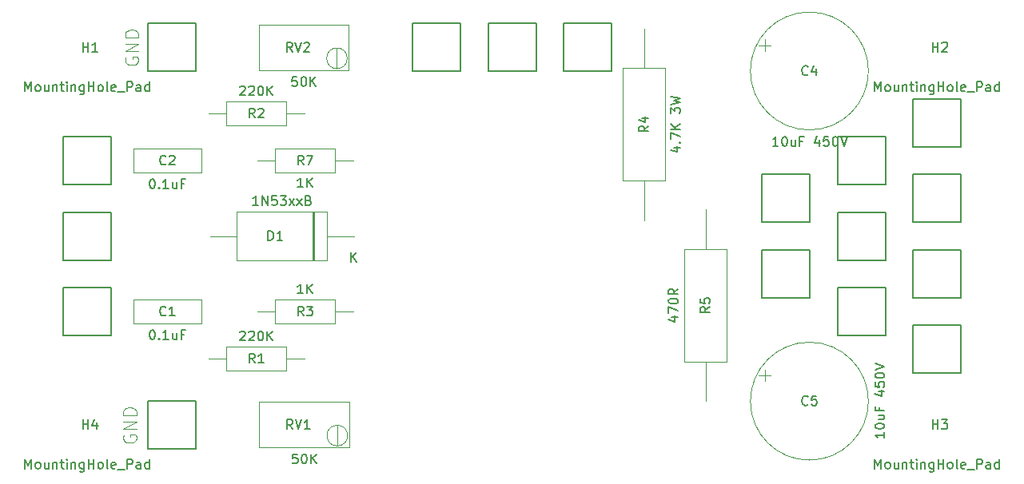
<source format=gbr>
%TF.GenerationSoftware,KiCad,Pcbnew,5.1.6-c6e7f7d~87~ubuntu20.04.1*%
%TF.CreationDate,2020-08-29T22:12:38-04:00*%
%TF.ProjectId,Tube AMP GU17 Power Output Stage,54756265-2041-44d5-9020-475531372050,rev?*%
%TF.SameCoordinates,Original*%
%TF.FileFunction,Other,Fab,Top*%
%FSLAX46Y46*%
G04 Gerber Fmt 4.6, Leading zero omitted, Abs format (unit mm)*
G04 Created by KiCad (PCBNEW 5.1.6-c6e7f7d~87~ubuntu20.04.1) date 2020-08-29 22:12:38*
%MOMM*%
%LPD*%
G01*
G04 APERTURE LIST*
%ADD10C,0.127000*%
%ADD11C,0.100000*%
%ADD12C,0.150000*%
%ADD13C,0.015000*%
G04 APERTURE END LIST*
D10*
%TO.C,J17*%
X143460000Y-90460000D02*
X148540000Y-90460000D01*
X148540000Y-90460000D02*
X148540000Y-95540000D01*
X148540000Y-95540000D02*
X143460000Y-95540000D01*
X143460000Y-95540000D02*
X143460000Y-90460000D01*
D11*
%TO.C,RV2*%
X99550000Y-78150000D02*
G75*
G03*
X99550000Y-78150000I-1095000J0D01*
G01*
X90195000Y-74590000D02*
X90195000Y-79420000D01*
X90195000Y-79420000D02*
X99725000Y-79420000D01*
X99725000Y-79420000D02*
X99725000Y-74590000D01*
X99725000Y-74590000D02*
X90195000Y-74590000D01*
X98455000Y-79235000D02*
X98456000Y-77066000D01*
X98455000Y-79235000D02*
X98456000Y-77066000D01*
%TO.C,RV1*%
X99590000Y-118150000D02*
G75*
G03*
X99590000Y-118150000I-1095000J0D01*
G01*
X90235000Y-114590000D02*
X90235000Y-119420000D01*
X90235000Y-119420000D02*
X99765000Y-119420000D01*
X99765000Y-119420000D02*
X99765000Y-114590000D01*
X99765000Y-114590000D02*
X90235000Y-114590000D01*
X98495000Y-119235000D02*
X98496000Y-117066000D01*
X98495000Y-119235000D02*
X98496000Y-117066000D01*
%TO.C,D1*%
X97385000Y-99605000D02*
X97385000Y-94395000D01*
X97385000Y-94395000D02*
X87855000Y-94395000D01*
X87855000Y-94395000D02*
X87855000Y-99605000D01*
X87855000Y-99605000D02*
X97385000Y-99605000D01*
X100240000Y-97000000D02*
X97385000Y-97000000D01*
X85000000Y-97000000D02*
X87855000Y-97000000D01*
X95955500Y-99605000D02*
X95955500Y-94395000D01*
X95855500Y-99605000D02*
X95855500Y-94395000D01*
X96055500Y-99605000D02*
X96055500Y-94395000D01*
D10*
%TO.C,J16*%
X159460000Y-95540000D02*
X159460000Y-90460000D01*
X164540000Y-95540000D02*
X159460000Y-95540000D01*
X164540000Y-90460000D02*
X164540000Y-95540000D01*
X159460000Y-90460000D02*
X164540000Y-90460000D01*
%TO.C,J15*%
X114460000Y-79540000D02*
X114460000Y-74460000D01*
X119540000Y-79540000D02*
X114460000Y-79540000D01*
X119540000Y-74460000D02*
X119540000Y-79540000D01*
X114460000Y-74460000D02*
X119540000Y-74460000D01*
%TO.C,J14*%
X122460000Y-79540000D02*
X122460000Y-74460000D01*
X127540000Y-79540000D02*
X122460000Y-79540000D01*
X127540000Y-74460000D02*
X127540000Y-79540000D01*
X122460000Y-74460000D02*
X127540000Y-74460000D01*
%TO.C,J13*%
X106460000Y-79540000D02*
X106460000Y-74460000D01*
X111540000Y-79540000D02*
X106460000Y-79540000D01*
X111540000Y-74460000D02*
X111540000Y-79540000D01*
X106460000Y-74460000D02*
X111540000Y-74460000D01*
D11*
%TO.C,R7*%
X100160000Y-89000000D02*
X98230000Y-89000000D01*
X90000000Y-89000000D02*
X91930000Y-89000000D01*
X98230000Y-87750000D02*
X91930000Y-87750000D01*
X98230000Y-90250000D02*
X98230000Y-87750000D01*
X91930000Y-90250000D02*
X98230000Y-90250000D01*
X91930000Y-87750000D02*
X91930000Y-90250000D01*
%TO.C,R3*%
X90000000Y-105000000D02*
X91930000Y-105000000D01*
X100160000Y-105000000D02*
X98230000Y-105000000D01*
X91930000Y-106250000D02*
X98230000Y-106250000D01*
X91930000Y-103750000D02*
X91930000Y-106250000D01*
X98230000Y-103750000D02*
X91930000Y-103750000D01*
X98230000Y-106250000D02*
X98230000Y-103750000D01*
%TO.C,R2*%
X84840000Y-84000000D02*
X86770000Y-84000000D01*
X95000000Y-84000000D02*
X93070000Y-84000000D01*
X86770000Y-85250000D02*
X93070000Y-85250000D01*
X86770000Y-82750000D02*
X86770000Y-85250000D01*
X93070000Y-82750000D02*
X86770000Y-82750000D01*
X93070000Y-85250000D02*
X93070000Y-82750000D01*
%TO.C,R1*%
X84840000Y-110000000D02*
X86770000Y-110000000D01*
X95000000Y-110000000D02*
X93070000Y-110000000D01*
X86770000Y-111250000D02*
X93070000Y-111250000D01*
X86770000Y-108750000D02*
X86770000Y-111250000D01*
X93070000Y-108750000D02*
X86770000Y-108750000D01*
X93070000Y-111250000D02*
X93070000Y-108750000D01*
D10*
%TO.C,J12*%
X159460000Y-106460000D02*
X164540000Y-106460000D01*
X159460000Y-111540000D02*
X159460000Y-106460000D01*
X164540000Y-111540000D02*
X159460000Y-111540000D01*
X164540000Y-106460000D02*
X164540000Y-111540000D01*
%TO.C,J11*%
X159460000Y-98460000D02*
X164540000Y-98460000D01*
X159460000Y-103540000D02*
X159460000Y-98460000D01*
X164540000Y-103540000D02*
X159460000Y-103540000D01*
X164540000Y-98460000D02*
X164540000Y-103540000D01*
%TO.C,J10*%
X159460000Y-82460000D02*
X164540000Y-82460000D01*
X159460000Y-87540000D02*
X159460000Y-82460000D01*
X164540000Y-87540000D02*
X159460000Y-87540000D01*
X164540000Y-82460000D02*
X164540000Y-87540000D01*
%TO.C,J9*%
X151460000Y-86460000D02*
X156540000Y-86460000D01*
X151460000Y-91540000D02*
X151460000Y-86460000D01*
X156540000Y-91540000D02*
X151460000Y-91540000D01*
X156540000Y-86460000D02*
X156540000Y-91540000D01*
%TO.C,J8*%
X143460000Y-98460000D02*
X148540000Y-98460000D01*
X143460000Y-103540000D02*
X143460000Y-98460000D01*
X148540000Y-103540000D02*
X143460000Y-103540000D01*
X148540000Y-98460000D02*
X148540000Y-103540000D01*
%TO.C,J7*%
X151460000Y-94460000D02*
X156540000Y-94460000D01*
X151460000Y-99540000D02*
X151460000Y-94460000D01*
X156540000Y-99540000D02*
X151460000Y-99540000D01*
X156540000Y-94460000D02*
X156540000Y-99540000D01*
%TO.C,J6*%
X151460000Y-102460000D02*
X156540000Y-102460000D01*
X151460000Y-107540000D02*
X151460000Y-102460000D01*
X156540000Y-107540000D02*
X151460000Y-107540000D01*
X156540000Y-102460000D02*
X156540000Y-107540000D01*
%TO.C,J5*%
X78460000Y-114460000D02*
X83540000Y-114460000D01*
X78460000Y-119540000D02*
X78460000Y-114460000D01*
X83540000Y-119540000D02*
X78460000Y-119540000D01*
X83540000Y-114460000D02*
X83540000Y-119540000D01*
%TO.C,J4*%
X78460000Y-74460000D02*
X83540000Y-74460000D01*
X78460000Y-79540000D02*
X78460000Y-74460000D01*
X83540000Y-79540000D02*
X78460000Y-79540000D01*
X83540000Y-74460000D02*
X83540000Y-79540000D01*
D11*
%TO.C,R5*%
X137500000Y-114500000D02*
X137500000Y-110290000D01*
X137500000Y-94180000D02*
X137500000Y-98390000D01*
X139750000Y-110290000D02*
X139750000Y-98390000D01*
X135250000Y-110290000D02*
X139750000Y-110290000D01*
X135250000Y-98390000D02*
X135250000Y-110290000D01*
X139750000Y-98390000D02*
X135250000Y-98390000D01*
%TO.C,R4*%
X131000000Y-75000000D02*
X131000000Y-79210000D01*
X131000000Y-95320000D02*
X131000000Y-91110000D01*
X128750000Y-79210000D02*
X128750000Y-91110000D01*
X133250000Y-79210000D02*
X128750000Y-79210000D01*
X133250000Y-91110000D02*
X133250000Y-79210000D01*
X128750000Y-91110000D02*
X133250000Y-91110000D01*
D10*
%TO.C,J3*%
X69460000Y-102460000D02*
X74540000Y-102460000D01*
X69460000Y-107540000D02*
X69460000Y-102460000D01*
X74540000Y-107540000D02*
X69460000Y-107540000D01*
X74540000Y-102460000D02*
X74540000Y-107540000D01*
%TO.C,J2*%
X69460000Y-94460000D02*
X74540000Y-94460000D01*
X69460000Y-99540000D02*
X69460000Y-94460000D01*
X74540000Y-99540000D02*
X69460000Y-99540000D01*
X74540000Y-94460000D02*
X74540000Y-99540000D01*
%TO.C,J1*%
X69460000Y-86460000D02*
X74540000Y-86460000D01*
X69460000Y-91540000D02*
X69460000Y-86460000D01*
X74540000Y-91540000D02*
X69460000Y-91540000D01*
X74540000Y-86460000D02*
X74540000Y-91540000D01*
D11*
%TO.C,C5*%
X143758511Y-111137500D02*
X143758511Y-112387500D01*
X143133511Y-111762500D02*
X144383511Y-111762500D01*
X154750000Y-114500000D02*
G75*
G03*
X154750000Y-114500000I-6250000J0D01*
G01*
%TO.C,C4*%
X143758511Y-76137500D02*
X143758511Y-77387500D01*
X143133511Y-76762500D02*
X144383511Y-76762500D01*
X154750000Y-79500000D02*
G75*
G03*
X154750000Y-79500000I-6250000J0D01*
G01*
%TO.C,C2*%
X84100000Y-87750000D02*
X76900000Y-87750000D01*
X84100000Y-90250000D02*
X84100000Y-87750000D01*
X76900000Y-90250000D02*
X84100000Y-90250000D01*
X76900000Y-87750000D02*
X76900000Y-90250000D01*
%TO.C,C1*%
X84100000Y-103750000D02*
X76900000Y-103750000D01*
X84100000Y-106250000D02*
X84100000Y-103750000D01*
X76900000Y-106250000D02*
X84100000Y-106250000D01*
X76900000Y-103750000D02*
X76900000Y-106250000D01*
%TD*%
%TO.C,RV2*%
D12*
X94221904Y-80122380D02*
X93745714Y-80122380D01*
X93698095Y-80598571D01*
X93745714Y-80550952D01*
X93840952Y-80503333D01*
X94079047Y-80503333D01*
X94174285Y-80550952D01*
X94221904Y-80598571D01*
X94269523Y-80693809D01*
X94269523Y-80931904D01*
X94221904Y-81027142D01*
X94174285Y-81074761D01*
X94079047Y-81122380D01*
X93840952Y-81122380D01*
X93745714Y-81074761D01*
X93698095Y-81027142D01*
X94888571Y-80122380D02*
X94983809Y-80122380D01*
X95079047Y-80170000D01*
X95126666Y-80217619D01*
X95174285Y-80312857D01*
X95221904Y-80503333D01*
X95221904Y-80741428D01*
X95174285Y-80931904D01*
X95126666Y-81027142D01*
X95079047Y-81074761D01*
X94983809Y-81122380D01*
X94888571Y-81122380D01*
X94793333Y-81074761D01*
X94745714Y-81027142D01*
X94698095Y-80931904D01*
X94650476Y-80741428D01*
X94650476Y-80503333D01*
X94698095Y-80312857D01*
X94745714Y-80217619D01*
X94793333Y-80170000D01*
X94888571Y-80122380D01*
X95650476Y-81122380D02*
X95650476Y-80122380D01*
X96221904Y-81122380D02*
X95793333Y-80550952D01*
X96221904Y-80122380D02*
X95650476Y-80693809D01*
X93729761Y-77457380D02*
X93396428Y-76981190D01*
X93158333Y-77457380D02*
X93158333Y-76457380D01*
X93539285Y-76457380D01*
X93634523Y-76505000D01*
X93682142Y-76552619D01*
X93729761Y-76647857D01*
X93729761Y-76790714D01*
X93682142Y-76885952D01*
X93634523Y-76933571D01*
X93539285Y-76981190D01*
X93158333Y-76981190D01*
X94015476Y-76457380D02*
X94348809Y-77457380D01*
X94682142Y-76457380D01*
X94967857Y-76552619D02*
X95015476Y-76505000D01*
X95110714Y-76457380D01*
X95348809Y-76457380D01*
X95444047Y-76505000D01*
X95491666Y-76552619D01*
X95539285Y-76647857D01*
X95539285Y-76743095D01*
X95491666Y-76885952D01*
X94920238Y-77457380D01*
X95539285Y-77457380D01*
%TO.C,RV1*%
X94261904Y-120122380D02*
X93785714Y-120122380D01*
X93738095Y-120598571D01*
X93785714Y-120550952D01*
X93880952Y-120503333D01*
X94119047Y-120503333D01*
X94214285Y-120550952D01*
X94261904Y-120598571D01*
X94309523Y-120693809D01*
X94309523Y-120931904D01*
X94261904Y-121027142D01*
X94214285Y-121074761D01*
X94119047Y-121122380D01*
X93880952Y-121122380D01*
X93785714Y-121074761D01*
X93738095Y-121027142D01*
X94928571Y-120122380D02*
X95023809Y-120122380D01*
X95119047Y-120170000D01*
X95166666Y-120217619D01*
X95214285Y-120312857D01*
X95261904Y-120503333D01*
X95261904Y-120741428D01*
X95214285Y-120931904D01*
X95166666Y-121027142D01*
X95119047Y-121074761D01*
X95023809Y-121122380D01*
X94928571Y-121122380D01*
X94833333Y-121074761D01*
X94785714Y-121027142D01*
X94738095Y-120931904D01*
X94690476Y-120741428D01*
X94690476Y-120503333D01*
X94738095Y-120312857D01*
X94785714Y-120217619D01*
X94833333Y-120170000D01*
X94928571Y-120122380D01*
X95690476Y-121122380D02*
X95690476Y-120122380D01*
X96261904Y-121122380D02*
X95833333Y-120550952D01*
X96261904Y-120122380D02*
X95690476Y-120693809D01*
X93769761Y-117457380D02*
X93436428Y-116981190D01*
X93198333Y-117457380D02*
X93198333Y-116457380D01*
X93579285Y-116457380D01*
X93674523Y-116505000D01*
X93722142Y-116552619D01*
X93769761Y-116647857D01*
X93769761Y-116790714D01*
X93722142Y-116885952D01*
X93674523Y-116933571D01*
X93579285Y-116981190D01*
X93198333Y-116981190D01*
X94055476Y-116457380D02*
X94388809Y-117457380D01*
X94722142Y-116457380D01*
X95579285Y-117457380D02*
X95007857Y-117457380D01*
X95293571Y-117457380D02*
X95293571Y-116457380D01*
X95198333Y-116600238D01*
X95103095Y-116695476D01*
X95007857Y-116743095D01*
%TO.C,D1*%
X90120000Y-93727380D02*
X89548571Y-93727380D01*
X89834285Y-93727380D02*
X89834285Y-92727380D01*
X89739047Y-92870238D01*
X89643809Y-92965476D01*
X89548571Y-93013095D01*
X90548571Y-93727380D02*
X90548571Y-92727380D01*
X91120000Y-93727380D01*
X91120000Y-92727380D01*
X92072380Y-92727380D02*
X91596190Y-92727380D01*
X91548571Y-93203571D01*
X91596190Y-93155952D01*
X91691428Y-93108333D01*
X91929523Y-93108333D01*
X92024761Y-93155952D01*
X92072380Y-93203571D01*
X92120000Y-93298809D01*
X92120000Y-93536904D01*
X92072380Y-93632142D01*
X92024761Y-93679761D01*
X91929523Y-93727380D01*
X91691428Y-93727380D01*
X91596190Y-93679761D01*
X91548571Y-93632142D01*
X92453333Y-92727380D02*
X93072380Y-92727380D01*
X92739047Y-93108333D01*
X92881904Y-93108333D01*
X92977142Y-93155952D01*
X93024761Y-93203571D01*
X93072380Y-93298809D01*
X93072380Y-93536904D01*
X93024761Y-93632142D01*
X92977142Y-93679761D01*
X92881904Y-93727380D01*
X92596190Y-93727380D01*
X92500952Y-93679761D01*
X92453333Y-93632142D01*
X93405714Y-93727380D02*
X93929523Y-93060714D01*
X93405714Y-93060714D02*
X93929523Y-93727380D01*
X94215238Y-93727380D02*
X94739047Y-93060714D01*
X94215238Y-93060714D02*
X94739047Y-93727380D01*
X95453333Y-93203571D02*
X95596190Y-93251190D01*
X95643809Y-93298809D01*
X95691428Y-93394047D01*
X95691428Y-93536904D01*
X95643809Y-93632142D01*
X95596190Y-93679761D01*
X95500952Y-93727380D01*
X95120000Y-93727380D01*
X95120000Y-92727380D01*
X95453333Y-92727380D01*
X95548571Y-92775000D01*
X95596190Y-92822619D01*
X95643809Y-92917857D01*
X95643809Y-93013095D01*
X95596190Y-93108333D01*
X95548571Y-93155952D01*
X95453333Y-93203571D01*
X95120000Y-93203571D01*
X99978095Y-99752380D02*
X99978095Y-98752380D01*
X100549523Y-99752380D02*
X100120952Y-99180952D01*
X100549523Y-98752380D02*
X99978095Y-99323809D01*
X91167154Y-97452380D02*
X91167154Y-96452380D01*
X91405250Y-96452380D01*
X91548107Y-96500000D01*
X91643345Y-96595238D01*
X91690964Y-96690476D01*
X91738583Y-96880952D01*
X91738583Y-97023809D01*
X91690964Y-97214285D01*
X91643345Y-97309523D01*
X91548107Y-97404761D01*
X91405250Y-97452380D01*
X91167154Y-97452380D01*
X92690964Y-97452380D02*
X92119535Y-97452380D01*
X92405250Y-97452380D02*
X92405250Y-96452380D01*
X92310011Y-96595238D01*
X92214773Y-96690476D01*
X92119535Y-96738095D01*
%TO.C,H4*%
X65428571Y-121652380D02*
X65428571Y-120652380D01*
X65761904Y-121366666D01*
X66095238Y-120652380D01*
X66095238Y-121652380D01*
X66714285Y-121652380D02*
X66619047Y-121604761D01*
X66571428Y-121557142D01*
X66523809Y-121461904D01*
X66523809Y-121176190D01*
X66571428Y-121080952D01*
X66619047Y-121033333D01*
X66714285Y-120985714D01*
X66857142Y-120985714D01*
X66952380Y-121033333D01*
X66999999Y-121080952D01*
X67047619Y-121176190D01*
X67047619Y-121461904D01*
X66999999Y-121557142D01*
X66952380Y-121604761D01*
X66857142Y-121652380D01*
X66714285Y-121652380D01*
X67904761Y-120985714D02*
X67904761Y-121652380D01*
X67476190Y-120985714D02*
X67476190Y-121509523D01*
X67523809Y-121604761D01*
X67619047Y-121652380D01*
X67761904Y-121652380D01*
X67857142Y-121604761D01*
X67904761Y-121557142D01*
X68380952Y-120985714D02*
X68380952Y-121652380D01*
X68380952Y-121080952D02*
X68428571Y-121033333D01*
X68523809Y-120985714D01*
X68666666Y-120985714D01*
X68761904Y-121033333D01*
X68809523Y-121128571D01*
X68809523Y-121652380D01*
X69142857Y-120985714D02*
X69523809Y-120985714D01*
X69285714Y-120652380D02*
X69285714Y-121509523D01*
X69333333Y-121604761D01*
X69428571Y-121652380D01*
X69523809Y-121652380D01*
X69857142Y-121652380D02*
X69857142Y-120985714D01*
X69857142Y-120652380D02*
X69809523Y-120700000D01*
X69857142Y-120747619D01*
X69904761Y-120700000D01*
X69857142Y-120652380D01*
X69857142Y-120747619D01*
X70333333Y-120985714D02*
X70333333Y-121652380D01*
X70333333Y-121080952D02*
X70380952Y-121033333D01*
X70476190Y-120985714D01*
X70619047Y-120985714D01*
X70714285Y-121033333D01*
X70761904Y-121128571D01*
X70761904Y-121652380D01*
X71666666Y-120985714D02*
X71666666Y-121795238D01*
X71619047Y-121890476D01*
X71571428Y-121938095D01*
X71476190Y-121985714D01*
X71333333Y-121985714D01*
X71238095Y-121938095D01*
X71666666Y-121604761D02*
X71571428Y-121652380D01*
X71380952Y-121652380D01*
X71285714Y-121604761D01*
X71238095Y-121557142D01*
X71190476Y-121461904D01*
X71190476Y-121176190D01*
X71238095Y-121080952D01*
X71285714Y-121033333D01*
X71380952Y-120985714D01*
X71571428Y-120985714D01*
X71666666Y-121033333D01*
X72142857Y-121652380D02*
X72142857Y-120652380D01*
X72142857Y-121128571D02*
X72714285Y-121128571D01*
X72714285Y-121652380D02*
X72714285Y-120652380D01*
X73333333Y-121652380D02*
X73238095Y-121604761D01*
X73190476Y-121557142D01*
X73142857Y-121461904D01*
X73142857Y-121176190D01*
X73190476Y-121080952D01*
X73238095Y-121033333D01*
X73333333Y-120985714D01*
X73476190Y-120985714D01*
X73571428Y-121033333D01*
X73619047Y-121080952D01*
X73666666Y-121176190D01*
X73666666Y-121461904D01*
X73619047Y-121557142D01*
X73571428Y-121604761D01*
X73476190Y-121652380D01*
X73333333Y-121652380D01*
X74238095Y-121652380D02*
X74142857Y-121604761D01*
X74095238Y-121509523D01*
X74095238Y-120652380D01*
X75000000Y-121604761D02*
X74904761Y-121652380D01*
X74714285Y-121652380D01*
X74619047Y-121604761D01*
X74571428Y-121509523D01*
X74571428Y-121128571D01*
X74619047Y-121033333D01*
X74714285Y-120985714D01*
X74904761Y-120985714D01*
X75000000Y-121033333D01*
X75047619Y-121128571D01*
X75047619Y-121223809D01*
X74571428Y-121319047D01*
X75238095Y-121747619D02*
X76000000Y-121747619D01*
X76238095Y-121652380D02*
X76238095Y-120652380D01*
X76619047Y-120652380D01*
X76714285Y-120700000D01*
X76761904Y-120747619D01*
X76809523Y-120842857D01*
X76809523Y-120985714D01*
X76761904Y-121080952D01*
X76714285Y-121128571D01*
X76619047Y-121176190D01*
X76238095Y-121176190D01*
X77666666Y-121652380D02*
X77666666Y-121128571D01*
X77619047Y-121033333D01*
X77523809Y-120985714D01*
X77333333Y-120985714D01*
X77238095Y-121033333D01*
X77666666Y-121604761D02*
X77571428Y-121652380D01*
X77333333Y-121652380D01*
X77238095Y-121604761D01*
X77190476Y-121509523D01*
X77190476Y-121414285D01*
X77238095Y-121319047D01*
X77333333Y-121271428D01*
X77571428Y-121271428D01*
X77666666Y-121223809D01*
X78571428Y-121652380D02*
X78571428Y-120652380D01*
X78571428Y-121604761D02*
X78476190Y-121652380D01*
X78285714Y-121652380D01*
X78190476Y-121604761D01*
X78142857Y-121557142D01*
X78095238Y-121461904D01*
X78095238Y-121176190D01*
X78142857Y-121080952D01*
X78190476Y-121033333D01*
X78285714Y-120985714D01*
X78476190Y-120985714D01*
X78571428Y-121033333D01*
X71538095Y-117452380D02*
X71538095Y-116452380D01*
X71538095Y-116928571D02*
X72109523Y-116928571D01*
X72109523Y-117452380D02*
X72109523Y-116452380D01*
X73014285Y-116785714D02*
X73014285Y-117452380D01*
X72776190Y-116404761D02*
X72538095Y-117119047D01*
X73157142Y-117119047D01*
%TO.C,H3*%
X155428571Y-121652380D02*
X155428571Y-120652380D01*
X155761904Y-121366666D01*
X156095238Y-120652380D01*
X156095238Y-121652380D01*
X156714285Y-121652380D02*
X156619047Y-121604761D01*
X156571428Y-121557142D01*
X156523809Y-121461904D01*
X156523809Y-121176190D01*
X156571428Y-121080952D01*
X156619047Y-121033333D01*
X156714285Y-120985714D01*
X156857142Y-120985714D01*
X156952380Y-121033333D01*
X157000000Y-121080952D01*
X157047619Y-121176190D01*
X157047619Y-121461904D01*
X157000000Y-121557142D01*
X156952380Y-121604761D01*
X156857142Y-121652380D01*
X156714285Y-121652380D01*
X157904761Y-120985714D02*
X157904761Y-121652380D01*
X157476190Y-120985714D02*
X157476190Y-121509523D01*
X157523809Y-121604761D01*
X157619047Y-121652380D01*
X157761904Y-121652380D01*
X157857142Y-121604761D01*
X157904761Y-121557142D01*
X158380952Y-120985714D02*
X158380952Y-121652380D01*
X158380952Y-121080952D02*
X158428571Y-121033333D01*
X158523809Y-120985714D01*
X158666666Y-120985714D01*
X158761904Y-121033333D01*
X158809523Y-121128571D01*
X158809523Y-121652380D01*
X159142857Y-120985714D02*
X159523809Y-120985714D01*
X159285714Y-120652380D02*
X159285714Y-121509523D01*
X159333333Y-121604761D01*
X159428571Y-121652380D01*
X159523809Y-121652380D01*
X159857142Y-121652380D02*
X159857142Y-120985714D01*
X159857142Y-120652380D02*
X159809523Y-120700000D01*
X159857142Y-120747619D01*
X159904761Y-120700000D01*
X159857142Y-120652380D01*
X159857142Y-120747619D01*
X160333333Y-120985714D02*
X160333333Y-121652380D01*
X160333333Y-121080952D02*
X160380952Y-121033333D01*
X160476190Y-120985714D01*
X160619047Y-120985714D01*
X160714285Y-121033333D01*
X160761904Y-121128571D01*
X160761904Y-121652380D01*
X161666666Y-120985714D02*
X161666666Y-121795238D01*
X161619047Y-121890476D01*
X161571428Y-121938095D01*
X161476190Y-121985714D01*
X161333333Y-121985714D01*
X161238095Y-121938095D01*
X161666666Y-121604761D02*
X161571428Y-121652380D01*
X161380952Y-121652380D01*
X161285714Y-121604761D01*
X161238095Y-121557142D01*
X161190476Y-121461904D01*
X161190476Y-121176190D01*
X161238095Y-121080952D01*
X161285714Y-121033333D01*
X161380952Y-120985714D01*
X161571428Y-120985714D01*
X161666666Y-121033333D01*
X162142857Y-121652380D02*
X162142857Y-120652380D01*
X162142857Y-121128571D02*
X162714285Y-121128571D01*
X162714285Y-121652380D02*
X162714285Y-120652380D01*
X163333333Y-121652380D02*
X163238095Y-121604761D01*
X163190476Y-121557142D01*
X163142857Y-121461904D01*
X163142857Y-121176190D01*
X163190476Y-121080952D01*
X163238095Y-121033333D01*
X163333333Y-120985714D01*
X163476190Y-120985714D01*
X163571428Y-121033333D01*
X163619047Y-121080952D01*
X163666666Y-121176190D01*
X163666666Y-121461904D01*
X163619047Y-121557142D01*
X163571428Y-121604761D01*
X163476190Y-121652380D01*
X163333333Y-121652380D01*
X164238095Y-121652380D02*
X164142857Y-121604761D01*
X164095238Y-121509523D01*
X164095238Y-120652380D01*
X165000000Y-121604761D02*
X164904761Y-121652380D01*
X164714285Y-121652380D01*
X164619047Y-121604761D01*
X164571428Y-121509523D01*
X164571428Y-121128571D01*
X164619047Y-121033333D01*
X164714285Y-120985714D01*
X164904761Y-120985714D01*
X165000000Y-121033333D01*
X165047619Y-121128571D01*
X165047619Y-121223809D01*
X164571428Y-121319047D01*
X165238095Y-121747619D02*
X166000000Y-121747619D01*
X166238095Y-121652380D02*
X166238095Y-120652380D01*
X166619047Y-120652380D01*
X166714285Y-120700000D01*
X166761904Y-120747619D01*
X166809523Y-120842857D01*
X166809523Y-120985714D01*
X166761904Y-121080952D01*
X166714285Y-121128571D01*
X166619047Y-121176190D01*
X166238095Y-121176190D01*
X167666666Y-121652380D02*
X167666666Y-121128571D01*
X167619047Y-121033333D01*
X167523809Y-120985714D01*
X167333333Y-120985714D01*
X167238095Y-121033333D01*
X167666666Y-121604761D02*
X167571428Y-121652380D01*
X167333333Y-121652380D01*
X167238095Y-121604761D01*
X167190476Y-121509523D01*
X167190476Y-121414285D01*
X167238095Y-121319047D01*
X167333333Y-121271428D01*
X167571428Y-121271428D01*
X167666666Y-121223809D01*
X168571428Y-121652380D02*
X168571428Y-120652380D01*
X168571428Y-121604761D02*
X168476190Y-121652380D01*
X168285714Y-121652380D01*
X168190476Y-121604761D01*
X168142857Y-121557142D01*
X168095238Y-121461904D01*
X168095238Y-121176190D01*
X168142857Y-121080952D01*
X168190476Y-121033333D01*
X168285714Y-120985714D01*
X168476190Y-120985714D01*
X168571428Y-121033333D01*
X161538095Y-117452380D02*
X161538095Y-116452380D01*
X161538095Y-116928571D02*
X162109523Y-116928571D01*
X162109523Y-117452380D02*
X162109523Y-116452380D01*
X162490476Y-116452380D02*
X163109523Y-116452380D01*
X162776190Y-116833333D01*
X162919047Y-116833333D01*
X163014285Y-116880952D01*
X163061904Y-116928571D01*
X163109523Y-117023809D01*
X163109523Y-117261904D01*
X163061904Y-117357142D01*
X163014285Y-117404761D01*
X162919047Y-117452380D01*
X162633333Y-117452380D01*
X162538095Y-117404761D01*
X162490476Y-117357142D01*
%TO.C,H2*%
X155428571Y-81652380D02*
X155428571Y-80652380D01*
X155761904Y-81366666D01*
X156095238Y-80652380D01*
X156095238Y-81652380D01*
X156714285Y-81652380D02*
X156619047Y-81604761D01*
X156571428Y-81557142D01*
X156523809Y-81461904D01*
X156523809Y-81176190D01*
X156571428Y-81080952D01*
X156619047Y-81033333D01*
X156714285Y-80985714D01*
X156857142Y-80985714D01*
X156952380Y-81033333D01*
X157000000Y-81080952D01*
X157047619Y-81176190D01*
X157047619Y-81461904D01*
X157000000Y-81557142D01*
X156952380Y-81604761D01*
X156857142Y-81652380D01*
X156714285Y-81652380D01*
X157904761Y-80985714D02*
X157904761Y-81652380D01*
X157476190Y-80985714D02*
X157476190Y-81509523D01*
X157523809Y-81604761D01*
X157619047Y-81652380D01*
X157761904Y-81652380D01*
X157857142Y-81604761D01*
X157904761Y-81557142D01*
X158380952Y-80985714D02*
X158380952Y-81652380D01*
X158380952Y-81080952D02*
X158428571Y-81033333D01*
X158523809Y-80985714D01*
X158666666Y-80985714D01*
X158761904Y-81033333D01*
X158809523Y-81128571D01*
X158809523Y-81652380D01*
X159142857Y-80985714D02*
X159523809Y-80985714D01*
X159285714Y-80652380D02*
X159285714Y-81509523D01*
X159333333Y-81604761D01*
X159428571Y-81652380D01*
X159523809Y-81652380D01*
X159857142Y-81652380D02*
X159857142Y-80985714D01*
X159857142Y-80652380D02*
X159809523Y-80700000D01*
X159857142Y-80747619D01*
X159904761Y-80700000D01*
X159857142Y-80652380D01*
X159857142Y-80747619D01*
X160333333Y-80985714D02*
X160333333Y-81652380D01*
X160333333Y-81080952D02*
X160380952Y-81033333D01*
X160476190Y-80985714D01*
X160619047Y-80985714D01*
X160714285Y-81033333D01*
X160761904Y-81128571D01*
X160761904Y-81652380D01*
X161666666Y-80985714D02*
X161666666Y-81795238D01*
X161619047Y-81890476D01*
X161571428Y-81938095D01*
X161476190Y-81985714D01*
X161333333Y-81985714D01*
X161238095Y-81938095D01*
X161666666Y-81604761D02*
X161571428Y-81652380D01*
X161380952Y-81652380D01*
X161285714Y-81604761D01*
X161238095Y-81557142D01*
X161190476Y-81461904D01*
X161190476Y-81176190D01*
X161238095Y-81080952D01*
X161285714Y-81033333D01*
X161380952Y-80985714D01*
X161571428Y-80985714D01*
X161666666Y-81033333D01*
X162142857Y-81652380D02*
X162142857Y-80652380D01*
X162142857Y-81128571D02*
X162714285Y-81128571D01*
X162714285Y-81652380D02*
X162714285Y-80652380D01*
X163333333Y-81652380D02*
X163238095Y-81604761D01*
X163190476Y-81557142D01*
X163142857Y-81461904D01*
X163142857Y-81176190D01*
X163190476Y-81080952D01*
X163238095Y-81033333D01*
X163333333Y-80985714D01*
X163476190Y-80985714D01*
X163571428Y-81033333D01*
X163619047Y-81080952D01*
X163666666Y-81176190D01*
X163666666Y-81461904D01*
X163619047Y-81557142D01*
X163571428Y-81604761D01*
X163476190Y-81652380D01*
X163333333Y-81652380D01*
X164238095Y-81652380D02*
X164142857Y-81604761D01*
X164095238Y-81509523D01*
X164095238Y-80652380D01*
X165000000Y-81604761D02*
X164904761Y-81652380D01*
X164714285Y-81652380D01*
X164619047Y-81604761D01*
X164571428Y-81509523D01*
X164571428Y-81128571D01*
X164619047Y-81033333D01*
X164714285Y-80985714D01*
X164904761Y-80985714D01*
X165000000Y-81033333D01*
X165047619Y-81128571D01*
X165047619Y-81223809D01*
X164571428Y-81319047D01*
X165238095Y-81747619D02*
X166000000Y-81747619D01*
X166238095Y-81652380D02*
X166238095Y-80652380D01*
X166619047Y-80652380D01*
X166714285Y-80700000D01*
X166761904Y-80747619D01*
X166809523Y-80842857D01*
X166809523Y-80985714D01*
X166761904Y-81080952D01*
X166714285Y-81128571D01*
X166619047Y-81176190D01*
X166238095Y-81176190D01*
X167666666Y-81652380D02*
X167666666Y-81128571D01*
X167619047Y-81033333D01*
X167523809Y-80985714D01*
X167333333Y-80985714D01*
X167238095Y-81033333D01*
X167666666Y-81604761D02*
X167571428Y-81652380D01*
X167333333Y-81652380D01*
X167238095Y-81604761D01*
X167190476Y-81509523D01*
X167190476Y-81414285D01*
X167238095Y-81319047D01*
X167333333Y-81271428D01*
X167571428Y-81271428D01*
X167666666Y-81223809D01*
X168571428Y-81652380D02*
X168571428Y-80652380D01*
X168571428Y-81604761D02*
X168476190Y-81652380D01*
X168285714Y-81652380D01*
X168190476Y-81604761D01*
X168142857Y-81557142D01*
X168095238Y-81461904D01*
X168095238Y-81176190D01*
X168142857Y-81080952D01*
X168190476Y-81033333D01*
X168285714Y-80985714D01*
X168476190Y-80985714D01*
X168571428Y-81033333D01*
X161538095Y-77452380D02*
X161538095Y-76452380D01*
X161538095Y-76928571D02*
X162109523Y-76928571D01*
X162109523Y-77452380D02*
X162109523Y-76452380D01*
X162538095Y-76547619D02*
X162585714Y-76500000D01*
X162680952Y-76452380D01*
X162919047Y-76452380D01*
X163014285Y-76500000D01*
X163061904Y-76547619D01*
X163109523Y-76642857D01*
X163109523Y-76738095D01*
X163061904Y-76880952D01*
X162490476Y-77452380D01*
X163109523Y-77452380D01*
%TO.C,H1*%
X65428571Y-81652380D02*
X65428571Y-80652380D01*
X65761904Y-81366666D01*
X66095238Y-80652380D01*
X66095238Y-81652380D01*
X66714285Y-81652380D02*
X66619047Y-81604761D01*
X66571428Y-81557142D01*
X66523809Y-81461904D01*
X66523809Y-81176190D01*
X66571428Y-81080952D01*
X66619047Y-81033333D01*
X66714285Y-80985714D01*
X66857142Y-80985714D01*
X66952380Y-81033333D01*
X66999999Y-81080952D01*
X67047619Y-81176190D01*
X67047619Y-81461904D01*
X66999999Y-81557142D01*
X66952380Y-81604761D01*
X66857142Y-81652380D01*
X66714285Y-81652380D01*
X67904761Y-80985714D02*
X67904761Y-81652380D01*
X67476190Y-80985714D02*
X67476190Y-81509523D01*
X67523809Y-81604761D01*
X67619047Y-81652380D01*
X67761904Y-81652380D01*
X67857142Y-81604761D01*
X67904761Y-81557142D01*
X68380952Y-80985714D02*
X68380952Y-81652380D01*
X68380952Y-81080952D02*
X68428571Y-81033333D01*
X68523809Y-80985714D01*
X68666666Y-80985714D01*
X68761904Y-81033333D01*
X68809523Y-81128571D01*
X68809523Y-81652380D01*
X69142857Y-80985714D02*
X69523809Y-80985714D01*
X69285714Y-80652380D02*
X69285714Y-81509523D01*
X69333333Y-81604761D01*
X69428571Y-81652380D01*
X69523809Y-81652380D01*
X69857142Y-81652380D02*
X69857142Y-80985714D01*
X69857142Y-80652380D02*
X69809523Y-80700000D01*
X69857142Y-80747619D01*
X69904761Y-80700000D01*
X69857142Y-80652380D01*
X69857142Y-80747619D01*
X70333333Y-80985714D02*
X70333333Y-81652380D01*
X70333333Y-81080952D02*
X70380952Y-81033333D01*
X70476190Y-80985714D01*
X70619047Y-80985714D01*
X70714285Y-81033333D01*
X70761904Y-81128571D01*
X70761904Y-81652380D01*
X71666666Y-80985714D02*
X71666666Y-81795238D01*
X71619047Y-81890476D01*
X71571428Y-81938095D01*
X71476190Y-81985714D01*
X71333333Y-81985714D01*
X71238095Y-81938095D01*
X71666666Y-81604761D02*
X71571428Y-81652380D01*
X71380952Y-81652380D01*
X71285714Y-81604761D01*
X71238095Y-81557142D01*
X71190476Y-81461904D01*
X71190476Y-81176190D01*
X71238095Y-81080952D01*
X71285714Y-81033333D01*
X71380952Y-80985714D01*
X71571428Y-80985714D01*
X71666666Y-81033333D01*
X72142857Y-81652380D02*
X72142857Y-80652380D01*
X72142857Y-81128571D02*
X72714285Y-81128571D01*
X72714285Y-81652380D02*
X72714285Y-80652380D01*
X73333333Y-81652380D02*
X73238095Y-81604761D01*
X73190476Y-81557142D01*
X73142857Y-81461904D01*
X73142857Y-81176190D01*
X73190476Y-81080952D01*
X73238095Y-81033333D01*
X73333333Y-80985714D01*
X73476190Y-80985714D01*
X73571428Y-81033333D01*
X73619047Y-81080952D01*
X73666666Y-81176190D01*
X73666666Y-81461904D01*
X73619047Y-81557142D01*
X73571428Y-81604761D01*
X73476190Y-81652380D01*
X73333333Y-81652380D01*
X74238095Y-81652380D02*
X74142857Y-81604761D01*
X74095238Y-81509523D01*
X74095238Y-80652380D01*
X75000000Y-81604761D02*
X74904761Y-81652380D01*
X74714285Y-81652380D01*
X74619047Y-81604761D01*
X74571428Y-81509523D01*
X74571428Y-81128571D01*
X74619047Y-81033333D01*
X74714285Y-80985714D01*
X74904761Y-80985714D01*
X75000000Y-81033333D01*
X75047619Y-81128571D01*
X75047619Y-81223809D01*
X74571428Y-81319047D01*
X75238095Y-81747619D02*
X76000000Y-81747619D01*
X76238095Y-81652380D02*
X76238095Y-80652380D01*
X76619047Y-80652380D01*
X76714285Y-80700000D01*
X76761904Y-80747619D01*
X76809523Y-80842857D01*
X76809523Y-80985714D01*
X76761904Y-81080952D01*
X76714285Y-81128571D01*
X76619047Y-81176190D01*
X76238095Y-81176190D01*
X77666666Y-81652380D02*
X77666666Y-81128571D01*
X77619047Y-81033333D01*
X77523809Y-80985714D01*
X77333333Y-80985714D01*
X77238095Y-81033333D01*
X77666666Y-81604761D02*
X77571428Y-81652380D01*
X77333333Y-81652380D01*
X77238095Y-81604761D01*
X77190476Y-81509523D01*
X77190476Y-81414285D01*
X77238095Y-81319047D01*
X77333333Y-81271428D01*
X77571428Y-81271428D01*
X77666666Y-81223809D01*
X78571428Y-81652380D02*
X78571428Y-80652380D01*
X78571428Y-81604761D02*
X78476190Y-81652380D01*
X78285714Y-81652380D01*
X78190476Y-81604761D01*
X78142857Y-81557142D01*
X78095238Y-81461904D01*
X78095238Y-81176190D01*
X78142857Y-81080952D01*
X78190476Y-81033333D01*
X78285714Y-80985714D01*
X78476190Y-80985714D01*
X78571428Y-81033333D01*
X71538095Y-77452380D02*
X71538095Y-76452380D01*
X71538095Y-76928571D02*
X72109523Y-76928571D01*
X72109523Y-77452380D02*
X72109523Y-76452380D01*
X73109523Y-77452380D02*
X72538095Y-77452380D01*
X72823809Y-77452380D02*
X72823809Y-76452380D01*
X72728571Y-76595238D01*
X72633333Y-76690476D01*
X72538095Y-76738095D01*
%TO.C,R7*%
X94865714Y-91822380D02*
X94294285Y-91822380D01*
X94580000Y-91822380D02*
X94580000Y-90822380D01*
X94484761Y-90965238D01*
X94389523Y-91060476D01*
X94294285Y-91108095D01*
X95294285Y-91822380D02*
X95294285Y-90822380D01*
X95865714Y-91822380D02*
X95437142Y-91250952D01*
X95865714Y-90822380D02*
X95294285Y-91393809D01*
X94913333Y-89452380D02*
X94580000Y-88976190D01*
X94341904Y-89452380D02*
X94341904Y-88452380D01*
X94722857Y-88452380D01*
X94818095Y-88500000D01*
X94865714Y-88547619D01*
X94913333Y-88642857D01*
X94913333Y-88785714D01*
X94865714Y-88880952D01*
X94818095Y-88928571D01*
X94722857Y-88976190D01*
X94341904Y-88976190D01*
X95246666Y-88452380D02*
X95913333Y-88452380D01*
X95484761Y-89452380D01*
%TO.C,R3*%
X94865714Y-103082380D02*
X94294285Y-103082380D01*
X94580000Y-103082380D02*
X94580000Y-102082380D01*
X94484761Y-102225238D01*
X94389523Y-102320476D01*
X94294285Y-102368095D01*
X95294285Y-103082380D02*
X95294285Y-102082380D01*
X95865714Y-103082380D02*
X95437142Y-102510952D01*
X95865714Y-102082380D02*
X95294285Y-102653809D01*
X94913333Y-105452380D02*
X94580000Y-104976190D01*
X94341904Y-105452380D02*
X94341904Y-104452380D01*
X94722857Y-104452380D01*
X94818095Y-104500000D01*
X94865714Y-104547619D01*
X94913333Y-104642857D01*
X94913333Y-104785714D01*
X94865714Y-104880952D01*
X94818095Y-104928571D01*
X94722857Y-104976190D01*
X94341904Y-104976190D01*
X95246666Y-104452380D02*
X95865714Y-104452380D01*
X95532380Y-104833333D01*
X95675238Y-104833333D01*
X95770476Y-104880952D01*
X95818095Y-104928571D01*
X95865714Y-105023809D01*
X95865714Y-105261904D01*
X95818095Y-105357142D01*
X95770476Y-105404761D01*
X95675238Y-105452380D01*
X95389523Y-105452380D01*
X95294285Y-105404761D01*
X95246666Y-105357142D01*
%TO.C,R2*%
X88181904Y-81177619D02*
X88229523Y-81130000D01*
X88324761Y-81082380D01*
X88562857Y-81082380D01*
X88658095Y-81130000D01*
X88705714Y-81177619D01*
X88753333Y-81272857D01*
X88753333Y-81368095D01*
X88705714Y-81510952D01*
X88134285Y-82082380D01*
X88753333Y-82082380D01*
X89134285Y-81177619D02*
X89181904Y-81130000D01*
X89277142Y-81082380D01*
X89515238Y-81082380D01*
X89610476Y-81130000D01*
X89658095Y-81177619D01*
X89705714Y-81272857D01*
X89705714Y-81368095D01*
X89658095Y-81510952D01*
X89086666Y-82082380D01*
X89705714Y-82082380D01*
X90324761Y-81082380D02*
X90420000Y-81082380D01*
X90515238Y-81130000D01*
X90562857Y-81177619D01*
X90610476Y-81272857D01*
X90658095Y-81463333D01*
X90658095Y-81701428D01*
X90610476Y-81891904D01*
X90562857Y-81987142D01*
X90515238Y-82034761D01*
X90420000Y-82082380D01*
X90324761Y-82082380D01*
X90229523Y-82034761D01*
X90181904Y-81987142D01*
X90134285Y-81891904D01*
X90086666Y-81701428D01*
X90086666Y-81463333D01*
X90134285Y-81272857D01*
X90181904Y-81177619D01*
X90229523Y-81130000D01*
X90324761Y-81082380D01*
X91086666Y-82082380D02*
X91086666Y-81082380D01*
X91658095Y-82082380D02*
X91229523Y-81510952D01*
X91658095Y-81082380D02*
X91086666Y-81653809D01*
X89753333Y-84452380D02*
X89420000Y-83976190D01*
X89181904Y-84452380D02*
X89181904Y-83452380D01*
X89562857Y-83452380D01*
X89658095Y-83500000D01*
X89705714Y-83547619D01*
X89753333Y-83642857D01*
X89753333Y-83785714D01*
X89705714Y-83880952D01*
X89658095Y-83928571D01*
X89562857Y-83976190D01*
X89181904Y-83976190D01*
X90134285Y-83547619D02*
X90181904Y-83500000D01*
X90277142Y-83452380D01*
X90515238Y-83452380D01*
X90610476Y-83500000D01*
X90658095Y-83547619D01*
X90705714Y-83642857D01*
X90705714Y-83738095D01*
X90658095Y-83880952D01*
X90086666Y-84452380D01*
X90705714Y-84452380D01*
%TO.C,R1*%
X88181904Y-107177619D02*
X88229523Y-107130000D01*
X88324761Y-107082380D01*
X88562857Y-107082380D01*
X88658095Y-107130000D01*
X88705714Y-107177619D01*
X88753333Y-107272857D01*
X88753333Y-107368095D01*
X88705714Y-107510952D01*
X88134285Y-108082380D01*
X88753333Y-108082380D01*
X89134285Y-107177619D02*
X89181904Y-107130000D01*
X89277142Y-107082380D01*
X89515238Y-107082380D01*
X89610476Y-107130000D01*
X89658095Y-107177619D01*
X89705714Y-107272857D01*
X89705714Y-107368095D01*
X89658095Y-107510952D01*
X89086666Y-108082380D01*
X89705714Y-108082380D01*
X90324761Y-107082380D02*
X90420000Y-107082380D01*
X90515238Y-107130000D01*
X90562857Y-107177619D01*
X90610476Y-107272857D01*
X90658095Y-107463333D01*
X90658095Y-107701428D01*
X90610476Y-107891904D01*
X90562857Y-107987142D01*
X90515238Y-108034761D01*
X90420000Y-108082380D01*
X90324761Y-108082380D01*
X90229523Y-108034761D01*
X90181904Y-107987142D01*
X90134285Y-107891904D01*
X90086666Y-107701428D01*
X90086666Y-107463333D01*
X90134285Y-107272857D01*
X90181904Y-107177619D01*
X90229523Y-107130000D01*
X90324761Y-107082380D01*
X91086666Y-108082380D02*
X91086666Y-107082380D01*
X91658095Y-108082380D02*
X91229523Y-107510952D01*
X91658095Y-107082380D02*
X91086666Y-107653809D01*
X89753333Y-110452380D02*
X89420000Y-109976190D01*
X89181904Y-110452380D02*
X89181904Y-109452380D01*
X89562857Y-109452380D01*
X89658095Y-109500000D01*
X89705714Y-109547619D01*
X89753333Y-109642857D01*
X89753333Y-109785714D01*
X89705714Y-109880952D01*
X89658095Y-109928571D01*
X89562857Y-109976190D01*
X89181904Y-109976190D01*
X90705714Y-110452380D02*
X90134285Y-110452380D01*
X90420000Y-110452380D02*
X90420000Y-109452380D01*
X90324761Y-109595238D01*
X90229523Y-109690476D01*
X90134285Y-109738095D01*
%TO.C,J5*%
D13*
X75878720Y-118118616D02*
X75811931Y-118252193D01*
X75811931Y-118452559D01*
X75878720Y-118652924D01*
X76012297Y-118786501D01*
X76145874Y-118853290D01*
X76413028Y-118920078D01*
X76613394Y-118920078D01*
X76880548Y-118853290D01*
X77014125Y-118786501D01*
X77147702Y-118652924D01*
X77214490Y-118452559D01*
X77214490Y-118318981D01*
X77147702Y-118118616D01*
X77080913Y-118051827D01*
X76613394Y-118051827D01*
X76613394Y-118318981D01*
X77214490Y-117450731D02*
X75811931Y-117450731D01*
X77214490Y-116649268D01*
X75811931Y-116649268D01*
X77214490Y-115981383D02*
X75811931Y-115981383D01*
X75811931Y-115647441D01*
X75878720Y-115447075D01*
X76012297Y-115313498D01*
X76145874Y-115246709D01*
X76413028Y-115179921D01*
X76613394Y-115179921D01*
X76880548Y-115246709D01*
X77014125Y-115313498D01*
X77147702Y-115447075D01*
X77214490Y-115647441D01*
X77214490Y-115981383D01*
%TO.C,J4*%
X76100075Y-78068616D02*
X76033286Y-78202193D01*
X76033286Y-78402559D01*
X76100075Y-78602924D01*
X76233652Y-78736501D01*
X76367229Y-78803290D01*
X76634383Y-78870078D01*
X76834749Y-78870078D01*
X77101903Y-78803290D01*
X77235480Y-78736501D01*
X77369057Y-78602924D01*
X77435845Y-78402559D01*
X77435845Y-78268981D01*
X77369057Y-78068616D01*
X77302268Y-78001827D01*
X76834749Y-78001827D01*
X76834749Y-78268981D01*
X77435845Y-77400731D02*
X76033286Y-77400731D01*
X77435845Y-76599268D01*
X76033286Y-76599268D01*
X77435845Y-75931383D02*
X76033286Y-75931383D01*
X76033286Y-75597441D01*
X76100075Y-75397075D01*
X76233652Y-75263498D01*
X76367229Y-75196709D01*
X76634383Y-75129921D01*
X76834749Y-75129921D01*
X77101903Y-75196709D01*
X77235480Y-75263498D01*
X77369057Y-75397075D01*
X77435845Y-75597441D01*
X77435845Y-75931383D01*
%TO.C,R5*%
D12*
X133915714Y-105601904D02*
X134582380Y-105601904D01*
X133534761Y-105840000D02*
X134249047Y-106078095D01*
X134249047Y-105459047D01*
X133582380Y-105173333D02*
X133582380Y-104506666D01*
X134582380Y-104935238D01*
X133582380Y-103935238D02*
X133582380Y-103840000D01*
X133630000Y-103744761D01*
X133677619Y-103697142D01*
X133772857Y-103649523D01*
X133963333Y-103601904D01*
X134201428Y-103601904D01*
X134391904Y-103649523D01*
X134487142Y-103697142D01*
X134534761Y-103744761D01*
X134582380Y-103840000D01*
X134582380Y-103935238D01*
X134534761Y-104030476D01*
X134487142Y-104078095D01*
X134391904Y-104125714D01*
X134201428Y-104173333D01*
X133963333Y-104173333D01*
X133772857Y-104125714D01*
X133677619Y-104078095D01*
X133630000Y-104030476D01*
X133582380Y-103935238D01*
X134582380Y-102601904D02*
X134106190Y-102935238D01*
X134582380Y-103173333D02*
X133582380Y-103173333D01*
X133582380Y-102792380D01*
X133630000Y-102697142D01*
X133677619Y-102649523D01*
X133772857Y-102601904D01*
X133915714Y-102601904D01*
X134010952Y-102649523D01*
X134058571Y-102697142D01*
X134106190Y-102792380D01*
X134106190Y-103173333D01*
X137952380Y-104506666D02*
X137476190Y-104840000D01*
X137952380Y-105078095D02*
X136952380Y-105078095D01*
X136952380Y-104697142D01*
X137000000Y-104601904D01*
X137047619Y-104554285D01*
X137142857Y-104506666D01*
X137285714Y-104506666D01*
X137380952Y-104554285D01*
X137428571Y-104601904D01*
X137476190Y-104697142D01*
X137476190Y-105078095D01*
X136952380Y-103601904D02*
X136952380Y-104078095D01*
X137428571Y-104125714D01*
X137380952Y-104078095D01*
X137333333Y-103982857D01*
X137333333Y-103744761D01*
X137380952Y-103649523D01*
X137428571Y-103601904D01*
X137523809Y-103554285D01*
X137761904Y-103554285D01*
X137857142Y-103601904D01*
X137904761Y-103649523D01*
X137952380Y-103744761D01*
X137952380Y-103982857D01*
X137904761Y-104078095D01*
X137857142Y-104125714D01*
%TO.C,R4*%
X134155714Y-87612380D02*
X134822380Y-87612380D01*
X133774761Y-87850476D02*
X134489047Y-88088571D01*
X134489047Y-87469523D01*
X134727142Y-87088571D02*
X134774761Y-87040952D01*
X134822380Y-87088571D01*
X134774761Y-87136190D01*
X134727142Y-87088571D01*
X134822380Y-87088571D01*
X133822380Y-86707619D02*
X133822380Y-86040952D01*
X134822380Y-86469523D01*
X134822380Y-85660000D02*
X133822380Y-85660000D01*
X134822380Y-85088571D02*
X134250952Y-85517142D01*
X133822380Y-85088571D02*
X134393809Y-85660000D01*
X133822380Y-83993333D02*
X133822380Y-83374285D01*
X134203333Y-83707619D01*
X134203333Y-83564761D01*
X134250952Y-83469523D01*
X134298571Y-83421904D01*
X134393809Y-83374285D01*
X134631904Y-83374285D01*
X134727142Y-83421904D01*
X134774761Y-83469523D01*
X134822380Y-83564761D01*
X134822380Y-83850476D01*
X134774761Y-83945714D01*
X134727142Y-83993333D01*
X133822380Y-83040952D02*
X134822380Y-82802857D01*
X134108095Y-82612380D01*
X134822380Y-82421904D01*
X133822380Y-82183809D01*
X131452380Y-85326666D02*
X130976190Y-85660000D01*
X131452380Y-85898095D02*
X130452380Y-85898095D01*
X130452380Y-85517142D01*
X130500000Y-85421904D01*
X130547619Y-85374285D01*
X130642857Y-85326666D01*
X130785714Y-85326666D01*
X130880952Y-85374285D01*
X130928571Y-85421904D01*
X130976190Y-85517142D01*
X130976190Y-85898095D01*
X130785714Y-84469523D02*
X131452380Y-84469523D01*
X130404761Y-84707619D02*
X131119047Y-84945714D01*
X131119047Y-84326666D01*
%TO.C,C5*%
X156452380Y-117809523D02*
X156452380Y-118380952D01*
X156452380Y-118095238D02*
X155452380Y-118095238D01*
X155595238Y-118190476D01*
X155690476Y-118285714D01*
X155738095Y-118380952D01*
X155452380Y-117190476D02*
X155452380Y-117095238D01*
X155500000Y-117000000D01*
X155547619Y-116952380D01*
X155642857Y-116904761D01*
X155833333Y-116857142D01*
X156071428Y-116857142D01*
X156261904Y-116904761D01*
X156357142Y-116952380D01*
X156404761Y-117000000D01*
X156452380Y-117095238D01*
X156452380Y-117190476D01*
X156404761Y-117285714D01*
X156357142Y-117333333D01*
X156261904Y-117380952D01*
X156071428Y-117428571D01*
X155833333Y-117428571D01*
X155642857Y-117380952D01*
X155547619Y-117333333D01*
X155500000Y-117285714D01*
X155452380Y-117190476D01*
X155785714Y-116000000D02*
X156452380Y-116000000D01*
X155785714Y-116428571D02*
X156309523Y-116428571D01*
X156404761Y-116380952D01*
X156452380Y-116285714D01*
X156452380Y-116142857D01*
X156404761Y-116047619D01*
X156357142Y-116000000D01*
X155928571Y-115190476D02*
X155928571Y-115523809D01*
X156452380Y-115523809D02*
X155452380Y-115523809D01*
X155452380Y-115047619D01*
X155785714Y-113476190D02*
X156452380Y-113476190D01*
X155404761Y-113714285D02*
X156119047Y-113952380D01*
X156119047Y-113333333D01*
X155452380Y-112476190D02*
X155452380Y-112952380D01*
X155928571Y-113000000D01*
X155880952Y-112952380D01*
X155833333Y-112857142D01*
X155833333Y-112619047D01*
X155880952Y-112523809D01*
X155928571Y-112476190D01*
X156023809Y-112428571D01*
X156261904Y-112428571D01*
X156357142Y-112476190D01*
X156404761Y-112523809D01*
X156452380Y-112619047D01*
X156452380Y-112857142D01*
X156404761Y-112952380D01*
X156357142Y-113000000D01*
X155452380Y-111809523D02*
X155452380Y-111714285D01*
X155500000Y-111619047D01*
X155547619Y-111571428D01*
X155642857Y-111523809D01*
X155833333Y-111476190D01*
X156071428Y-111476190D01*
X156261904Y-111523809D01*
X156357142Y-111571428D01*
X156404761Y-111619047D01*
X156452380Y-111714285D01*
X156452380Y-111809523D01*
X156404761Y-111904761D01*
X156357142Y-111952380D01*
X156261904Y-112000000D01*
X156071428Y-112047619D01*
X155833333Y-112047619D01*
X155642857Y-112000000D01*
X155547619Y-111952380D01*
X155500000Y-111904761D01*
X155452380Y-111809523D01*
X155452380Y-111190476D02*
X156452380Y-110857142D01*
X155452380Y-110523809D01*
X148333333Y-114857142D02*
X148285714Y-114904761D01*
X148142857Y-114952380D01*
X148047619Y-114952380D01*
X147904761Y-114904761D01*
X147809523Y-114809523D01*
X147761904Y-114714285D01*
X147714285Y-114523809D01*
X147714285Y-114380952D01*
X147761904Y-114190476D01*
X147809523Y-114095238D01*
X147904761Y-114000000D01*
X148047619Y-113952380D01*
X148142857Y-113952380D01*
X148285714Y-114000000D01*
X148333333Y-114047619D01*
X149238095Y-113952380D02*
X148761904Y-113952380D01*
X148714285Y-114428571D01*
X148761904Y-114380952D01*
X148857142Y-114333333D01*
X149095238Y-114333333D01*
X149190476Y-114380952D01*
X149238095Y-114428571D01*
X149285714Y-114523809D01*
X149285714Y-114761904D01*
X149238095Y-114857142D01*
X149190476Y-114904761D01*
X149095238Y-114952380D01*
X148857142Y-114952380D01*
X148761904Y-114904761D01*
X148714285Y-114857142D01*
%TO.C,C4*%
X145190476Y-87452380D02*
X144619047Y-87452380D01*
X144904761Y-87452380D02*
X144904761Y-86452380D01*
X144809523Y-86595238D01*
X144714285Y-86690476D01*
X144619047Y-86738095D01*
X145809523Y-86452380D02*
X145904761Y-86452380D01*
X146000000Y-86500000D01*
X146047619Y-86547619D01*
X146095238Y-86642857D01*
X146142857Y-86833333D01*
X146142857Y-87071428D01*
X146095238Y-87261904D01*
X146047619Y-87357142D01*
X146000000Y-87404761D01*
X145904761Y-87452380D01*
X145809523Y-87452380D01*
X145714285Y-87404761D01*
X145666666Y-87357142D01*
X145619047Y-87261904D01*
X145571428Y-87071428D01*
X145571428Y-86833333D01*
X145619047Y-86642857D01*
X145666666Y-86547619D01*
X145714285Y-86500000D01*
X145809523Y-86452380D01*
X147000000Y-86785714D02*
X147000000Y-87452380D01*
X146571428Y-86785714D02*
X146571428Y-87309523D01*
X146619047Y-87404761D01*
X146714285Y-87452380D01*
X146857142Y-87452380D01*
X146952380Y-87404761D01*
X147000000Y-87357142D01*
X147809523Y-86928571D02*
X147476190Y-86928571D01*
X147476190Y-87452380D02*
X147476190Y-86452380D01*
X147952380Y-86452380D01*
X149523809Y-86785714D02*
X149523809Y-87452380D01*
X149285714Y-86404761D02*
X149047619Y-87119047D01*
X149666666Y-87119047D01*
X150523809Y-86452380D02*
X150047619Y-86452380D01*
X150000000Y-86928571D01*
X150047619Y-86880952D01*
X150142857Y-86833333D01*
X150380952Y-86833333D01*
X150476190Y-86880952D01*
X150523809Y-86928571D01*
X150571428Y-87023809D01*
X150571428Y-87261904D01*
X150523809Y-87357142D01*
X150476190Y-87404761D01*
X150380952Y-87452380D01*
X150142857Y-87452380D01*
X150047619Y-87404761D01*
X150000000Y-87357142D01*
X151190476Y-86452380D02*
X151285714Y-86452380D01*
X151380952Y-86500000D01*
X151428571Y-86547619D01*
X151476190Y-86642857D01*
X151523809Y-86833333D01*
X151523809Y-87071428D01*
X151476190Y-87261904D01*
X151428571Y-87357142D01*
X151380952Y-87404761D01*
X151285714Y-87452380D01*
X151190476Y-87452380D01*
X151095238Y-87404761D01*
X151047619Y-87357142D01*
X151000000Y-87261904D01*
X150952380Y-87071428D01*
X150952380Y-86833333D01*
X151000000Y-86642857D01*
X151047619Y-86547619D01*
X151095238Y-86500000D01*
X151190476Y-86452380D01*
X151809523Y-86452380D02*
X152142857Y-87452380D01*
X152476190Y-86452380D01*
X148333333Y-79857142D02*
X148285714Y-79904761D01*
X148142857Y-79952380D01*
X148047619Y-79952380D01*
X147904761Y-79904761D01*
X147809523Y-79809523D01*
X147761904Y-79714285D01*
X147714285Y-79523809D01*
X147714285Y-79380952D01*
X147761904Y-79190476D01*
X147809523Y-79095238D01*
X147904761Y-79000000D01*
X148047619Y-78952380D01*
X148142857Y-78952380D01*
X148285714Y-79000000D01*
X148333333Y-79047619D01*
X149190476Y-79285714D02*
X149190476Y-79952380D01*
X148952380Y-78904761D02*
X148714285Y-79619047D01*
X149333333Y-79619047D01*
%TO.C,C2*%
X78857142Y-90952380D02*
X78952380Y-90952380D01*
X79047619Y-91000000D01*
X79095238Y-91047619D01*
X79142857Y-91142857D01*
X79190476Y-91333333D01*
X79190476Y-91571428D01*
X79142857Y-91761904D01*
X79095238Y-91857142D01*
X79047619Y-91904761D01*
X78952380Y-91952380D01*
X78857142Y-91952380D01*
X78761904Y-91904761D01*
X78714285Y-91857142D01*
X78666666Y-91761904D01*
X78619047Y-91571428D01*
X78619047Y-91333333D01*
X78666666Y-91142857D01*
X78714285Y-91047619D01*
X78761904Y-91000000D01*
X78857142Y-90952380D01*
X79619047Y-91857142D02*
X79666666Y-91904761D01*
X79619047Y-91952380D01*
X79571428Y-91904761D01*
X79619047Y-91857142D01*
X79619047Y-91952380D01*
X80619047Y-91952380D02*
X80047619Y-91952380D01*
X80333333Y-91952380D02*
X80333333Y-90952380D01*
X80238095Y-91095238D01*
X80142857Y-91190476D01*
X80047619Y-91238095D01*
X81476190Y-91285714D02*
X81476190Y-91952380D01*
X81047619Y-91285714D02*
X81047619Y-91809523D01*
X81095238Y-91904761D01*
X81190476Y-91952380D01*
X81333333Y-91952380D01*
X81428571Y-91904761D01*
X81476190Y-91857142D01*
X82285714Y-91428571D02*
X81952380Y-91428571D01*
X81952380Y-91952380D02*
X81952380Y-90952380D01*
X82428571Y-90952380D01*
X80333333Y-89357142D02*
X80285714Y-89404761D01*
X80142857Y-89452380D01*
X80047619Y-89452380D01*
X79904761Y-89404761D01*
X79809523Y-89309523D01*
X79761904Y-89214285D01*
X79714285Y-89023809D01*
X79714285Y-88880952D01*
X79761904Y-88690476D01*
X79809523Y-88595238D01*
X79904761Y-88500000D01*
X80047619Y-88452380D01*
X80142857Y-88452380D01*
X80285714Y-88500000D01*
X80333333Y-88547619D01*
X80714285Y-88547619D02*
X80761904Y-88500000D01*
X80857142Y-88452380D01*
X81095238Y-88452380D01*
X81190476Y-88500000D01*
X81238095Y-88547619D01*
X81285714Y-88642857D01*
X81285714Y-88738095D01*
X81238095Y-88880952D01*
X80666666Y-89452380D01*
X81285714Y-89452380D01*
%TO.C,C1*%
X78857142Y-106952380D02*
X78952380Y-106952380D01*
X79047619Y-107000000D01*
X79095238Y-107047619D01*
X79142857Y-107142857D01*
X79190476Y-107333333D01*
X79190476Y-107571428D01*
X79142857Y-107761904D01*
X79095238Y-107857142D01*
X79047619Y-107904761D01*
X78952380Y-107952380D01*
X78857142Y-107952380D01*
X78761904Y-107904761D01*
X78714285Y-107857142D01*
X78666666Y-107761904D01*
X78619047Y-107571428D01*
X78619047Y-107333333D01*
X78666666Y-107142857D01*
X78714285Y-107047619D01*
X78761904Y-107000000D01*
X78857142Y-106952380D01*
X79619047Y-107857142D02*
X79666666Y-107904761D01*
X79619047Y-107952380D01*
X79571428Y-107904761D01*
X79619047Y-107857142D01*
X79619047Y-107952380D01*
X80619047Y-107952380D02*
X80047619Y-107952380D01*
X80333333Y-107952380D02*
X80333333Y-106952380D01*
X80238095Y-107095238D01*
X80142857Y-107190476D01*
X80047619Y-107238095D01*
X81476190Y-107285714D02*
X81476190Y-107952380D01*
X81047619Y-107285714D02*
X81047619Y-107809523D01*
X81095238Y-107904761D01*
X81190476Y-107952380D01*
X81333333Y-107952380D01*
X81428571Y-107904761D01*
X81476190Y-107857142D01*
X82285714Y-107428571D02*
X81952380Y-107428571D01*
X81952380Y-107952380D02*
X81952380Y-106952380D01*
X82428571Y-106952380D01*
X80333333Y-105357142D02*
X80285714Y-105404761D01*
X80142857Y-105452380D01*
X80047619Y-105452380D01*
X79904761Y-105404761D01*
X79809523Y-105309523D01*
X79761904Y-105214285D01*
X79714285Y-105023809D01*
X79714285Y-104880952D01*
X79761904Y-104690476D01*
X79809523Y-104595238D01*
X79904761Y-104500000D01*
X80047619Y-104452380D01*
X80142857Y-104452380D01*
X80285714Y-104500000D01*
X80333333Y-104547619D01*
X81285714Y-105452380D02*
X80714285Y-105452380D01*
X81000000Y-105452380D02*
X81000000Y-104452380D01*
X80904761Y-104595238D01*
X80809523Y-104690476D01*
X80714285Y-104738095D01*
%TD*%
M02*

</source>
